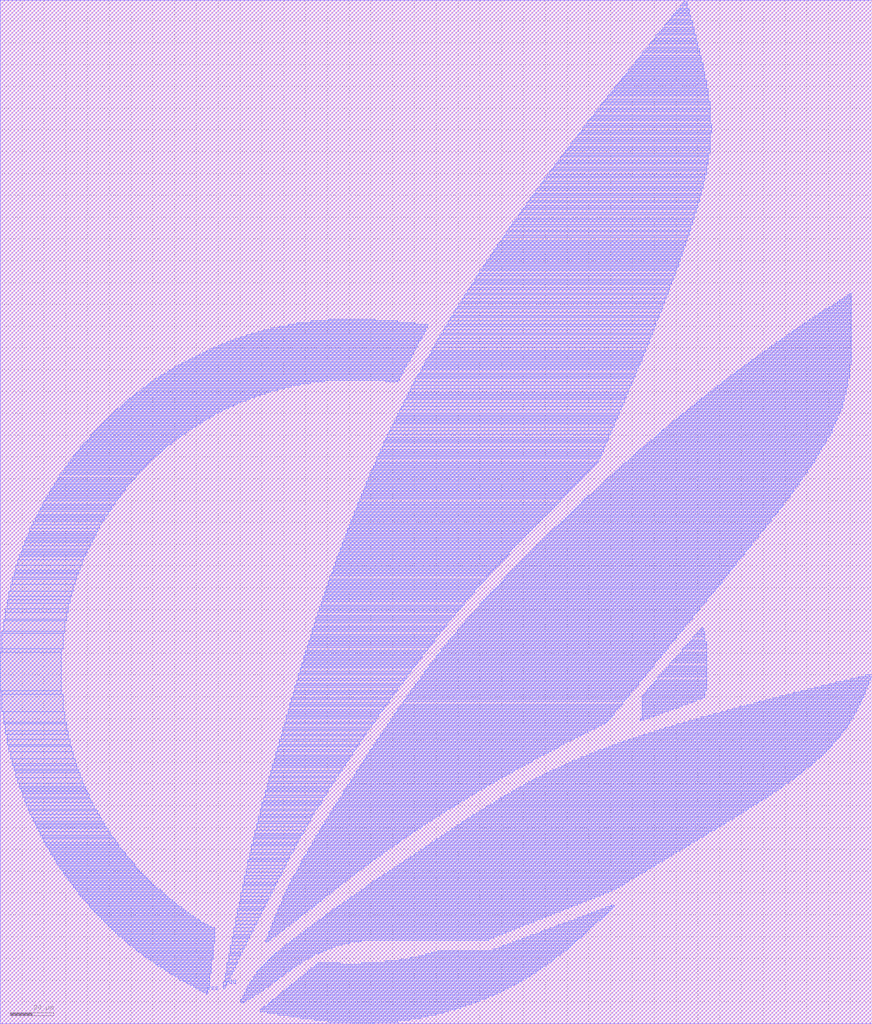
<source format=lef>
VERSION 5.7 ;
  NOWIREEXTENSIONATPIN ON ;
  DIVIDERCHAR "/" ;
  BUSBITCHARS "[]" ;
MACRO avali_logo
  CLASS BLOCK ;
  FOREIGN avali_logo ;
  ORIGIN 0.000 0.000 ;
  SIZE 400.000 BY 469.600 ;
  PIN vss
    DIRECTION INOUT ;
    USE GROUND ;
    SHAPE ABUTMENT ;
    PORT
      LAYER Metal4 ;
        RECT 150.400 322.400 172.000 323.200 ;
        RECT 142.400 321.600 182.400 322.400 ;
        RECT 136.000 320.800 190.400 321.600 ;
        RECT 132.000 320.000 196.000 320.800 ;
        RECT 128.000 319.200 196.000 320.000 ;
        RECT 124.000 318.400 195.200 319.200 ;
        RECT 120.800 317.600 195.200 318.400 ;
        RECT 118.400 316.800 194.400 317.600 ;
        RECT 115.200 316.000 194.400 316.800 ;
        RECT 112.800 315.200 193.600 316.000 ;
        RECT 110.400 314.400 193.600 315.200 ;
        RECT 108.000 313.600 192.800 314.400 ;
        RECT 105.600 312.800 192.000 313.600 ;
        RECT 104.000 312.000 192.000 312.800 ;
        RECT 101.600 311.200 191.200 312.000 ;
        RECT 100.000 310.400 191.200 311.200 ;
        RECT 97.600 309.600 190.400 310.400 ;
        RECT 96.000 308.800 190.400 309.600 ;
        RECT 94.400 308.000 189.600 308.800 ;
        RECT 92.800 307.200 189.600 308.000 ;
        RECT 91.200 306.400 188.800 307.200 ;
        RECT 89.600 305.600 188.800 306.400 ;
        RECT 88.000 304.800 188.000 305.600 ;
        RECT 86.400 304.000 188.000 304.800 ;
        RECT 84.800 303.200 187.200 304.000 ;
        RECT 83.200 302.400 186.400 303.200 ;
        RECT 81.600 301.600 186.400 302.400 ;
        RECT 80.000 300.800 185.600 301.600 ;
        RECT 79.200 300.000 185.600 300.800 ;
        RECT 77.600 299.200 184.800 300.000 ;
        RECT 76.800 298.400 184.800 299.200 ;
        RECT 75.200 297.600 184.000 298.400 ;
        RECT 73.600 296.800 184.000 297.600 ;
        RECT 72.800 296.000 183.200 296.800 ;
        RECT 71.200 295.200 183.200 296.000 ;
        RECT 70.400 294.400 148.800 295.200 ;
        RECT 176.800 294.400 182.400 295.200 ;
        RECT 68.800 293.600 142.400 294.400 ;
        RECT 68.000 292.800 137.600 293.600 ;
        RECT 67.200 292.000 133.600 292.800 ;
        RECT 65.600 291.200 130.400 292.000 ;
        RECT 64.800 290.400 127.200 291.200 ;
        RECT 64.000 289.600 124.000 290.400 ;
        RECT 62.400 288.800 121.600 289.600 ;
        RECT 61.600 288.000 119.200 288.800 ;
        RECT 60.800 287.200 116.800 288.000 ;
        RECT 59.200 286.400 114.400 287.200 ;
        RECT 58.400 285.600 112.800 286.400 ;
        RECT 57.600 284.800 110.400 285.600 ;
        RECT 56.800 284.000 108.800 284.800 ;
        RECT 56.000 283.200 107.200 284.000 ;
        RECT 55.200 282.400 104.800 283.200 ;
        RECT 53.600 281.600 103.200 282.400 ;
        RECT 52.800 280.800 101.600 281.600 ;
        RECT 52.000 280.000 100.000 280.800 ;
        RECT 51.200 279.200 98.400 280.000 ;
        RECT 50.400 278.400 97.600 279.200 ;
        RECT 49.600 277.600 96.000 278.400 ;
        RECT 48.800 276.800 94.400 277.600 ;
        RECT 48.000 276.000 92.800 276.800 ;
        RECT 47.200 275.200 92.000 276.000 ;
        RECT 46.400 274.400 90.400 275.200 ;
        RECT 45.600 273.600 89.600 274.400 ;
        RECT 44.800 272.800 88.000 273.600 ;
        RECT 44.000 272.000 86.400 272.800 ;
        RECT 43.200 271.200 85.600 272.000 ;
        RECT 42.400 270.400 84.800 271.200 ;
        RECT 41.600 269.600 83.200 270.400 ;
        RECT 41.600 268.800 82.400 269.600 ;
        RECT 40.800 268.000 80.800 268.800 ;
        RECT 40.000 267.200 80.000 268.000 ;
        RECT 39.200 266.400 79.200 267.200 ;
        RECT 38.400 265.600 78.400 266.400 ;
        RECT 37.600 264.800 76.800 265.600 ;
        RECT 36.800 264.000 76.000 264.800 ;
        RECT 36.800 263.200 75.200 264.000 ;
        RECT 36.000 262.400 74.400 263.200 ;
        RECT 35.200 261.600 73.600 262.400 ;
        RECT 34.400 260.800 72.800 261.600 ;
        RECT 33.600 260.000 71.200 260.800 ;
        RECT 33.600 259.200 70.400 260.000 ;
        RECT 32.800 258.400 69.600 259.200 ;
        RECT 32.000 257.600 68.800 258.400 ;
        RECT 31.200 256.800 68.000 257.600 ;
        RECT 31.200 256.000 67.200 256.800 ;
        RECT 30.400 255.200 66.400 256.000 ;
        RECT 29.600 254.400 65.600 255.200 ;
        RECT 29.600 253.600 64.800 254.400 ;
        RECT 28.800 252.800 64.000 253.600 ;
        RECT 28.000 252.000 63.200 252.800 ;
        RECT 27.200 250.400 62.400 252.000 ;
        RECT 26.400 249.600 61.600 250.400 ;
        RECT 26.400 248.800 60.800 249.600 ;
        RECT 25.600 248.000 60.000 248.800 ;
        RECT 24.800 247.200 59.200 248.000 ;
        RECT 24.800 246.400 58.400 247.200 ;
        RECT 24.000 245.600 57.600 246.400 ;
        RECT 23.200 244.800 57.600 245.600 ;
        RECT 23.200 244.000 56.800 244.800 ;
        RECT 22.400 243.200 56.000 244.000 ;
        RECT 22.400 242.400 55.200 243.200 ;
        RECT 21.600 241.600 55.200 242.400 ;
        RECT 20.800 240.800 54.400 241.600 ;
        RECT 20.800 240.000 53.600 240.800 ;
        RECT 20.000 238.400 52.800 240.000 ;
        RECT 19.200 237.600 52.000 238.400 ;
        RECT 19.200 236.800 51.200 237.600 ;
        RECT 18.400 236.000 51.200 236.800 ;
        RECT 18.400 235.200 50.400 236.000 ;
        RECT 17.600 233.600 49.600 235.200 ;
        RECT 16.800 232.800 48.800 233.600 ;
        RECT 16.800 232.000 48.000 232.800 ;
        RECT 16.000 231.200 48.000 232.000 ;
        RECT 16.000 230.400 47.200 231.200 ;
        RECT 15.200 228.800 46.400 230.400 ;
        RECT 14.400 227.200 45.600 228.800 ;
        RECT 13.600 225.600 44.800 227.200 ;
        RECT 13.600 224.800 44.000 225.600 ;
        RECT 12.800 224.000 44.000 224.800 ;
        RECT 12.800 223.200 43.200 224.000 ;
        RECT 12.000 222.400 43.200 223.200 ;
        RECT 12.000 221.600 42.400 222.400 ;
        RECT 11.200 220.800 42.400 221.600 ;
        RECT 11.200 219.200 41.600 220.800 ;
        RECT 10.400 217.600 40.800 219.200 ;
        RECT 10.400 216.800 40.000 217.600 ;
        RECT 9.600 216.000 40.000 216.800 ;
        RECT 9.600 215.200 39.200 216.000 ;
        RECT 8.800 214.400 39.200 215.200 ;
        RECT 8.800 212.800 38.400 214.400 ;
        RECT 8.000 210.400 37.600 212.800 ;
        RECT 7.200 208.000 36.800 210.400 ;
        RECT 7.200 207.200 36.000 208.000 ;
        RECT 6.400 206.400 36.000 207.200 ;
        RECT 6.400 204.800 35.200 206.400 ;
        RECT 5.600 204.000 35.200 204.800 ;
        RECT 5.600 201.600 34.400 204.000 ;
        RECT 4.800 198.400 33.600 201.600 ;
        RECT 4.000 196.000 32.800 198.400 ;
        RECT 4.000 194.400 32.000 196.000 ;
        RECT 3.200 192.800 32.000 194.400 ;
        RECT 3.200 190.400 31.200 192.800 ;
        RECT 2.400 188.800 31.200 190.400 ;
        RECT 2.400 185.600 30.400 188.800 ;
        RECT 1.600 184.800 30.400 185.600 ;
        RECT 1.600 180.000 29.600 184.800 ;
        RECT 0.800 179.200 29.600 180.000 ;
        RECT 0.800 172.000 28.800 179.200 ;
        RECT 0.800 170.400 28.000 172.000 ;
        RECT 0.000 152.800 28.000 170.400 ;
        RECT 0.800 151.200 28.000 152.800 ;
        RECT 0.800 143.200 28.800 151.200 ;
        RECT 1.600 138.400 29.600 143.200 ;
        RECT 1.600 137.600 30.400 138.400 ;
        RECT 2.400 134.400 30.400 137.600 ;
        RECT 2.400 132.800 31.200 134.400 ;
        RECT 3.200 130.400 31.200 132.800 ;
        RECT 3.200 128.000 32.000 130.400 ;
        RECT 4.000 127.200 32.000 128.000 ;
        RECT 4.000 124.800 32.800 127.200 ;
        RECT 4.800 121.600 33.600 124.800 ;
        RECT 5.600 119.200 34.400 121.600 ;
        RECT 5.600 118.400 35.200 119.200 ;
        RECT 6.400 116.800 35.200 118.400 ;
        RECT 6.400 116.000 36.000 116.800 ;
        RECT 7.200 115.200 36.000 116.000 ;
        RECT 7.200 112.800 36.800 115.200 ;
        RECT 8.000 110.400 37.600 112.800 ;
        RECT 8.800 108.800 38.400 110.400 ;
        RECT 8.800 108.000 39.200 108.800 ;
        RECT 9.600 107.200 39.200 108.000 ;
        RECT 9.600 106.400 40.000 107.200 ;
        RECT 10.400 105.600 40.000 106.400 ;
        RECT 10.400 104.000 40.800 105.600 ;
        RECT 11.200 103.200 40.800 104.000 ;
        RECT 11.200 101.600 41.600 103.200 ;
        RECT 12.000 100.000 42.400 101.600 ;
        RECT 12.800 98.400 43.200 100.000 ;
        RECT 12.800 97.600 44.000 98.400 ;
        RECT 13.600 96.000 44.800 97.600 ;
        RECT 14.400 94.400 45.600 96.000 ;
        RECT 15.200 92.800 46.400 94.400 ;
        RECT 16.000 92.000 47.200 92.800 ;
        RECT 16.000 91.200 48.000 92.000 ;
        RECT 16.800 90.400 48.000 91.200 ;
        RECT 16.800 89.600 48.800 90.400 ;
        RECT 17.600 88.000 49.600 89.600 ;
        RECT 18.400 86.400 50.400 88.000 ;
        RECT 19.200 85.600 51.200 86.400 ;
        RECT 19.200 84.800 52.000 85.600 ;
        RECT 20.000 83.200 52.800 84.800 ;
        RECT 20.800 82.400 53.600 83.200 ;
        RECT 20.800 81.600 54.400 82.400 ;
        RECT 21.600 80.800 54.400 81.600 ;
        RECT 22.400 80.000 55.200 80.800 ;
        RECT 22.400 79.200 56.000 80.000 ;
        RECT 23.200 78.400 56.800 79.200 ;
        RECT 23.200 77.600 57.600 78.400 ;
        RECT 24.000 76.800 57.600 77.600 ;
        RECT 24.800 76.000 58.400 76.800 ;
        RECT 24.800 75.200 59.200 76.000 ;
        RECT 25.600 74.400 60.000 75.200 ;
        RECT 25.600 73.600 60.800 74.400 ;
        RECT 26.400 72.800 61.600 73.600 ;
        RECT 27.200 72.000 61.600 72.800 ;
        RECT 27.200 71.200 62.400 72.000 ;
        RECT 28.000 70.400 63.200 71.200 ;
        RECT 28.800 69.600 64.000 70.400 ;
        RECT 28.800 68.800 64.800 69.600 ;
        RECT 29.600 68.000 65.600 68.800 ;
        RECT 30.400 67.200 66.400 68.000 ;
        RECT 31.200 66.400 67.200 67.200 ;
        RECT 31.200 65.600 68.000 66.400 ;
        RECT 32.000 64.800 68.800 65.600 ;
        RECT 32.800 64.000 69.600 64.800 ;
        RECT 33.600 63.200 70.400 64.000 ;
        RECT 33.600 62.400 71.200 63.200 ;
        RECT 34.400 61.600 72.000 62.400 ;
        RECT 35.200 60.800 73.600 61.600 ;
        RECT 36.000 60.000 74.400 60.800 ;
        RECT 36.000 59.200 75.200 60.000 ;
        RECT 36.800 58.400 76.000 59.200 ;
        RECT 37.600 57.600 76.800 58.400 ;
        RECT 38.400 56.800 77.600 57.600 ;
        RECT 39.200 56.000 79.200 56.800 ;
        RECT 40.000 55.200 80.000 56.000 ;
        RECT 40.800 54.400 80.800 55.200 ;
        RECT 40.800 53.600 81.600 54.400 ;
        RECT 41.600 52.800 83.200 53.600 ;
        RECT 42.400 52.000 84.000 52.800 ;
        RECT 43.200 51.200 84.800 52.000 ;
        RECT 44.000 50.400 86.400 51.200 ;
        RECT 44.800 49.600 87.200 50.400 ;
        RECT 45.600 48.800 88.800 49.600 ;
        RECT 46.400 48.000 89.600 48.800 ;
        RECT 47.200 47.200 91.200 48.000 ;
        RECT 48.000 46.400 92.000 47.200 ;
        RECT 48.800 45.600 93.600 46.400 ;
        RECT 49.600 44.800 95.200 45.600 ;
        RECT 50.400 44.000 96.800 44.800 ;
        RECT 51.200 43.200 98.400 44.000 ;
        RECT 52.000 42.400 98.400 43.200 ;
        RECT 52.800 41.600 98.400 42.400 ;
        RECT 53.600 40.800 98.400 41.600 ;
        RECT 54.400 40.000 98.400 40.800 ;
        RECT 56.000 39.200 98.400 40.000 ;
        RECT 56.800 38.400 98.400 39.200 ;
        RECT 57.600 37.600 98.400 38.400 ;
        RECT 58.400 36.800 98.400 37.600 ;
        RECT 59.200 36.000 97.600 36.800 ;
        RECT 60.800 35.200 97.600 36.000 ;
        RECT 61.600 34.400 97.600 35.200 ;
        RECT 62.400 33.600 97.600 34.400 ;
        RECT 63.200 32.800 97.600 33.600 ;
        RECT 64.800 32.000 97.600 32.800 ;
        RECT 65.600 31.200 97.600 32.000 ;
        RECT 66.400 30.400 97.600 31.200 ;
        RECT 68.000 29.600 97.600 30.400 ;
        RECT 68.800 28.800 96.800 29.600 ;
        RECT 70.400 28.000 96.800 28.800 ;
        RECT 71.200 27.200 96.800 28.000 ;
        RECT 72.000 26.400 96.800 27.200 ;
        RECT 73.600 25.600 96.800 26.400 ;
        RECT 75.200 24.800 96.800 25.600 ;
        RECT 76.000 24.000 96.800 24.800 ;
        RECT 77.600 23.200 96.800 24.000 ;
        RECT 78.400 22.400 96.000 23.200 ;
        RECT 80.000 21.600 96.000 22.400 ;
        RECT 81.600 20.800 96.000 21.600 ;
        RECT 82.400 20.000 96.000 20.800 ;
        RECT 84.000 19.200 96.000 20.000 ;
        RECT 85.600 18.400 96.000 19.200 ;
        RECT 87.200 17.600 96.000 18.400 ;
        RECT 88.800 16.800 96.000 17.600 ;
        RECT 89.600 16.000 95.200 16.800 ;
        RECT 91.200 15.200 95.200 16.000 ;
        RECT 92.800 14.400 95.200 15.200 ;
        RECT 94.400 13.600 95.200 14.400 ;
    END
  END vss
  PIN vdd
    DIRECTION INOUT ;
    USE POWER ;
    SHAPE ABUTMENT ;
    PORT
      LAYER Metal4 ;
        RECT 313.600 468.000 315.200 468.800 ;
        RECT 312.800 467.200 315.200 468.000 ;
        RECT 312.000 465.600 315.200 467.200 ;
        RECT 311.200 464.800 316.000 465.600 ;
        RECT 310.400 464.000 316.000 464.800 ;
        RECT 309.600 463.200 316.000 464.000 ;
        RECT 308.800 462.400 316.000 463.200 ;
        RECT 308.000 460.800 316.800 462.400 ;
        RECT 307.200 460.000 316.800 460.800 ;
        RECT 306.400 459.200 317.600 460.000 ;
        RECT 305.600 458.400 317.600 459.200 ;
        RECT 304.800 456.800 317.600 458.400 ;
        RECT 304.000 456.000 318.400 456.800 ;
        RECT 303.200 455.200 318.400 456.000 ;
        RECT 302.400 454.400 318.400 455.200 ;
        RECT 301.600 453.600 318.400 454.400 ;
        RECT 300.800 452.000 319.200 453.600 ;
        RECT 300.000 451.200 319.200 452.000 ;
        RECT 299.200 450.400 319.200 451.200 ;
        RECT 298.400 449.600 320.000 450.400 ;
        RECT 297.600 448.000 320.000 449.600 ;
        RECT 296.800 447.200 320.000 448.000 ;
        RECT 296.000 446.400 320.800 447.200 ;
        RECT 295.200 445.600 320.800 446.400 ;
        RECT 294.400 444.000 320.800 445.600 ;
        RECT 293.600 443.200 321.600 444.000 ;
        RECT 292.800 442.400 321.600 443.200 ;
        RECT 292.000 441.600 321.600 442.400 ;
        RECT 291.200 440.800 321.600 441.600 ;
        RECT 291.200 440.000 322.400 440.800 ;
        RECT 290.400 439.200 322.400 440.000 ;
        RECT 289.600 438.400 322.400 439.200 ;
        RECT 288.800 437.600 322.400 438.400 ;
        RECT 288.000 436.800 322.400 437.600 ;
        RECT 288.000 436.000 323.200 436.800 ;
        RECT 287.200 435.200 323.200 436.000 ;
        RECT 286.400 434.400 323.200 435.200 ;
        RECT 285.600 433.600 323.200 434.400 ;
        RECT 284.800 432.800 323.200 433.600 ;
        RECT 284.800 432.000 324.000 432.800 ;
        RECT 284.000 431.200 324.000 432.000 ;
        RECT 283.200 430.400 324.000 431.200 ;
        RECT 282.400 429.600 324.000 430.400 ;
        RECT 281.600 428.800 324.000 429.600 ;
        RECT 281.600 428.000 324.800 428.800 ;
        RECT 280.800 427.200 324.800 428.000 ;
        RECT 280.000 426.400 324.800 427.200 ;
        RECT 279.200 425.600 324.800 426.400 ;
        RECT 278.400 424.000 324.800 425.600 ;
        RECT 277.600 423.200 324.800 424.000 ;
        RECT 276.800 422.400 325.600 423.200 ;
        RECT 276.000 421.600 325.600 422.400 ;
        RECT 275.200 420.000 325.600 421.600 ;
        RECT 274.400 419.200 325.600 420.000 ;
        RECT 273.600 418.400 325.600 419.200 ;
        RECT 272.800 416.800 325.600 418.400 ;
        RECT 272.000 416.000 325.600 416.800 ;
        RECT 271.200 415.200 325.600 416.000 ;
        RECT 270.400 414.400 325.600 415.200 ;
        RECT 269.600 412.800 325.600 414.400 ;
        RECT 268.800 412.000 326.400 412.800 ;
        RECT 268.000 411.200 326.400 412.000 ;
        RECT 267.200 409.600 326.400 411.200 ;
        RECT 266.400 408.800 326.400 409.600 ;
        RECT 265.600 408.000 325.600 408.800 ;
        RECT 264.800 406.400 325.600 408.000 ;
        RECT 264.000 405.600 325.600 406.400 ;
        RECT 263.200 404.800 325.600 405.600 ;
        RECT 262.400 404.000 325.600 404.800 ;
        RECT 261.600 402.400 325.600 404.000 ;
        RECT 260.800 401.600 325.600 402.400 ;
        RECT 260.000 400.800 325.600 401.600 ;
        RECT 259.200 399.200 325.600 400.800 ;
        RECT 258.400 398.400 324.800 399.200 ;
        RECT 257.600 397.600 324.800 398.400 ;
        RECT 256.800 396.000 324.800 397.600 ;
        RECT 256.000 395.200 324.800 396.000 ;
        RECT 255.200 394.400 324.800 395.200 ;
        RECT 254.400 392.800 324.000 394.400 ;
        RECT 253.600 392.000 324.000 392.800 ;
        RECT 252.800 391.200 324.000 392.000 ;
        RECT 252.000 389.600 324.000 391.200 ;
        RECT 251.200 388.800 323.200 389.600 ;
        RECT 250.400 388.000 323.200 388.800 ;
        RECT 249.600 386.400 323.200 388.000 ;
        RECT 248.800 385.600 322.400 386.400 ;
        RECT 248.000 384.000 322.400 385.600 ;
        RECT 247.200 383.200 322.400 384.000 ;
        RECT 246.400 382.400 321.600 383.200 ;
        RECT 245.600 380.800 321.600 382.400 ;
        RECT 244.800 380.000 321.600 380.800 ;
        RECT 244.000 379.200 320.800 380.000 ;
        RECT 243.200 377.600 320.800 379.200 ;
        RECT 242.400 376.800 320.800 377.600 ;
        RECT 241.600 375.200 320.000 376.800 ;
        RECT 240.800 374.400 320.000 375.200 ;
        RECT 240.000 373.600 319.200 374.400 ;
        RECT 239.200 372.000 319.200 373.600 ;
        RECT 238.400 371.200 318.400 372.000 ;
        RECT 237.600 369.600 318.400 371.200 ;
        RECT 236.800 368.800 318.400 369.600 ;
        RECT 236.000 368.000 317.600 368.800 ;
        RECT 235.200 366.400 317.600 368.000 ;
        RECT 234.400 365.600 316.800 366.400 ;
        RECT 233.600 364.000 316.800 365.600 ;
        RECT 232.800 363.200 316.000 364.000 ;
        RECT 232.000 361.600 316.000 363.200 ;
        RECT 231.200 360.800 315.200 361.600 ;
        RECT 230.400 359.200 315.200 360.800 ;
        RECT 229.600 358.400 314.400 359.200 ;
        RECT 228.800 357.600 314.400 358.400 ;
        RECT 228.000 356.800 314.400 357.600 ;
        RECT 228.000 356.000 313.600 356.800 ;
        RECT 227.200 355.200 313.600 356.000 ;
        RECT 226.400 354.400 313.600 355.200 ;
        RECT 226.400 353.600 312.800 354.400 ;
        RECT 225.600 352.800 312.800 353.600 ;
        RECT 224.800 352.000 312.800 352.800 ;
        RECT 224.800 351.200 312.000 352.000 ;
        RECT 224.000 350.400 312.000 351.200 ;
        RECT 223.200 349.600 312.000 350.400 ;
        RECT 223.200 348.800 311.200 349.600 ;
        RECT 222.400 348.000 311.200 348.800 ;
        RECT 221.600 347.200 311.200 348.000 ;
        RECT 221.600 346.400 310.400 347.200 ;
        RECT 220.800 345.600 310.400 346.400 ;
        RECT 220.000 344.000 309.600 345.600 ;
        RECT 219.200 343.200 309.600 344.000 ;
        RECT 218.400 341.600 308.800 343.200 ;
        RECT 217.600 340.800 308.800 341.600 ;
        RECT 217.600 340.000 308.000 340.800 ;
        RECT 216.800 339.200 308.000 340.000 ;
        RECT 216.000 337.600 307.200 339.200 ;
        RECT 215.200 336.800 307.200 337.600 ;
        RECT 214.400 335.200 306.400 336.800 ;
        RECT 213.600 334.400 306.400 335.200 ;
        RECT 212.800 332.800 305.600 334.400 ;
        RECT 212.000 331.200 304.800 332.800 ;
        RECT 211.200 330.400 304.800 331.200 ;
        RECT 210.400 328.800 304.000 330.400 ;
        RECT 209.600 328.000 304.000 328.800 ;
        RECT 208.800 326.400 303.200 328.000 ;
        RECT 208.000 324.800 302.400 326.400 ;
        RECT 207.200 324.000 302.400 324.800 ;
        RECT 206.400 322.400 301.600 324.000 ;
        RECT 205.600 320.800 300.800 322.400 ;
        RECT 204.800 320.000 300.800 320.800 ;
        RECT 204.000 318.400 300.000 320.000 ;
        RECT 203.200 316.800 299.200 318.400 ;
        RECT 202.400 316.000 299.200 316.800 ;
        RECT 201.600 314.400 298.400 316.000 ;
        RECT 200.800 312.800 297.600 314.400 ;
        RECT 200.000 312.000 297.600 312.800 ;
        RECT 199.200 310.400 296.800 312.000 ;
        RECT 198.400 308.800 296.000 310.400 ;
        RECT 197.600 308.000 296.000 308.800 ;
        RECT 197.600 307.200 295.200 308.000 ;
        RECT 196.800 306.400 295.200 307.200 ;
        RECT 196.800 305.600 294.400 306.400 ;
        RECT 196.000 304.800 294.400 305.600 ;
        RECT 195.200 304.000 294.400 304.800 ;
        RECT 195.200 303.200 293.600 304.000 ;
        RECT 194.400 302.400 293.600 303.200 ;
        RECT 194.400 301.600 292.800 302.400 ;
        RECT 193.600 300.800 292.800 301.600 ;
        RECT 193.600 300.000 292.000 300.800 ;
        RECT 192.800 298.400 292.000 300.000 ;
        RECT 192.000 297.600 291.200 298.400 ;
        RECT 191.200 296.800 291.200 297.600 ;
        RECT 191.200 296.000 290.400 296.800 ;
        RECT 190.400 294.400 290.400 296.000 ;
        RECT 189.600 292.800 289.600 294.400 ;
        RECT 188.800 291.200 288.800 292.800 ;
        RECT 188.000 289.600 288.000 291.200 ;
        RECT 187.200 288.800 288.000 289.600 ;
        RECT 187.200 288.000 287.200 288.800 ;
        RECT 186.400 287.200 287.200 288.000 ;
        RECT 186.400 286.400 286.400 287.200 ;
        RECT 185.600 284.800 286.400 286.400 ;
        RECT 184.800 283.200 285.600 284.800 ;
        RECT 184.000 281.600 284.800 283.200 ;
        RECT 183.200 280.000 284.000 281.600 ;
        RECT 182.400 279.200 284.000 280.000 ;
        RECT 182.400 278.400 283.200 279.200 ;
        RECT 181.600 277.600 283.200 278.400 ;
        RECT 181.600 276.800 282.400 277.600 ;
        RECT 180.800 276.000 282.400 276.800 ;
        RECT 180.800 275.200 281.600 276.000 ;
        RECT 180.000 273.600 281.600 275.200 ;
        RECT 179.200 272.000 280.800 273.600 ;
        RECT 178.400 270.400 280.000 272.000 ;
        RECT 177.600 268.800 279.200 270.400 ;
        RECT 176.800 268.000 279.200 268.800 ;
        RECT 176.800 267.200 278.400 268.000 ;
        RECT 176.000 266.400 278.400 267.200 ;
        RECT 176.000 264.800 277.600 266.400 ;
        RECT 175.200 263.200 276.800 264.800 ;
        RECT 174.400 262.400 276.800 263.200 ;
        RECT 174.400 261.600 276.000 262.400 ;
        RECT 173.600 260.800 276.000 261.600 ;
        RECT 173.600 260.000 275.200 260.800 ;
        RECT 172.800 259.200 275.200 260.000 ;
        RECT 172.800 257.600 274.400 259.200 ;
        RECT 172.000 256.800 273.600 257.600 ;
        RECT 172.000 256.000 272.800 256.800 ;
        RECT 171.200 255.200 272.000 256.000 ;
        RECT 171.200 254.400 271.200 255.200 ;
        RECT 170.400 253.600 270.400 254.400 ;
        RECT 170.400 252.800 269.600 253.600 ;
        RECT 169.600 252.000 268.800 252.800 ;
        RECT 169.600 251.200 268.000 252.000 ;
        RECT 169.600 250.400 267.200 251.200 ;
        RECT 168.800 249.600 266.400 250.400 ;
        RECT 168.800 248.800 265.600 249.600 ;
        RECT 168.000 248.000 264.800 248.800 ;
        RECT 168.000 247.200 264.000 248.000 ;
        RECT 168.000 246.400 263.200 247.200 ;
        RECT 167.200 245.600 262.400 246.400 ;
        RECT 167.200 244.800 261.600 245.600 ;
        RECT 166.400 244.000 260.800 244.800 ;
        RECT 166.400 243.200 260.000 244.000 ;
        RECT 165.600 242.400 259.200 243.200 ;
        RECT 165.600 241.600 258.400 242.400 ;
        RECT 165.600 240.800 257.600 241.600 ;
        RECT 164.800 239.200 256.800 240.800 ;
        RECT 164.000 238.400 256.000 239.200 ;
        RECT 164.000 237.600 255.200 238.400 ;
        RECT 164.000 236.800 254.400 237.600 ;
        RECT 163.200 236.000 253.600 236.800 ;
        RECT 163.200 235.200 252.800 236.000 ;
        RECT 162.400 234.400 252.000 235.200 ;
        RECT 162.400 233.600 251.200 234.400 ;
        RECT 162.400 232.800 250.400 233.600 ;
        RECT 161.600 232.000 249.600 232.800 ;
        RECT 161.600 231.200 248.800 232.000 ;
        RECT 160.800 230.400 248.000 231.200 ;
        RECT 160.800 229.600 247.200 230.400 ;
        RECT 160.800 228.800 246.400 229.600 ;
        RECT 160.000 228.000 245.600 228.800 ;
        RECT 160.000 227.200 244.800 228.000 ;
        RECT 159.200 226.400 244.000 227.200 ;
        RECT 159.200 225.600 243.200 226.400 ;
        RECT 159.200 224.800 242.400 225.600 ;
        RECT 158.400 224.000 241.600 224.800 ;
        RECT 158.400 223.200 240.800 224.000 ;
        RECT 158.400 222.400 240.000 223.200 ;
        RECT 157.600 221.600 239.200 222.400 ;
        RECT 157.600 220.800 238.400 221.600 ;
        RECT 156.800 220.000 237.600 220.800 ;
        RECT 156.800 219.200 236.800 220.000 ;
        RECT 156.800 218.400 236.000 219.200 ;
        RECT 156.000 217.600 235.200 218.400 ;
        RECT 156.000 216.800 234.400 217.600 ;
        RECT 156.000 216.000 233.600 216.800 ;
        RECT 155.200 215.200 233.600 216.000 ;
        RECT 155.200 214.400 232.800 215.200 ;
        RECT 154.400 213.600 232.000 214.400 ;
        RECT 154.400 212.800 231.200 213.600 ;
        RECT 154.400 212.000 230.400 212.800 ;
        RECT 153.600 211.200 229.600 212.000 ;
        RECT 153.600 210.400 228.800 211.200 ;
        RECT 153.600 209.600 228.000 210.400 ;
        RECT 152.800 208.800 227.200 209.600 ;
        RECT 152.800 208.000 226.400 208.800 ;
        RECT 152.800 207.200 225.600 208.000 ;
        RECT 152.000 206.400 224.800 207.200 ;
        RECT 152.000 205.600 224.000 206.400 ;
        RECT 151.200 204.000 223.200 205.600 ;
        RECT 151.200 203.200 222.400 204.000 ;
        RECT 150.400 202.400 221.600 203.200 ;
        RECT 150.400 201.600 220.800 202.400 ;
        RECT 150.400 200.800 220.000 201.600 ;
        RECT 149.600 200.000 219.200 200.800 ;
        RECT 149.600 199.200 218.400 200.000 ;
        RECT 149.600 198.400 217.600 199.200 ;
        RECT 148.800 197.600 217.600 198.400 ;
        RECT 148.800 196.800 216.800 197.600 ;
        RECT 148.800 196.000 216.000 196.800 ;
        RECT 148.000 195.200 215.200 196.000 ;
        RECT 148.000 194.400 214.400 195.200 ;
        RECT 148.000 193.600 213.600 194.400 ;
        RECT 147.200 192.000 212.800 193.600 ;
        RECT 147.200 191.200 212.000 192.000 ;
        RECT 146.400 190.400 211.200 191.200 ;
        RECT 146.400 189.600 210.400 190.400 ;
        RECT 146.400 188.800 209.600 189.600 ;
        RECT 145.600 187.200 208.800 188.800 ;
        RECT 145.600 186.400 208.000 187.200 ;
        RECT 144.800 185.600 207.200 186.400 ;
        RECT 144.800 184.800 206.400 185.600 ;
        RECT 144.800 184.000 205.600 184.800 ;
        RECT 144.000 182.400 204.800 184.000 ;
        RECT 144.000 181.600 204.000 182.400 ;
        RECT 143.200 180.800 203.200 181.600 ;
        RECT 143.200 180.000 202.400 180.800 ;
        RECT 143.200 178.400 201.600 180.000 ;
        RECT 142.400 177.600 200.800 178.400 ;
        RECT 142.400 176.800 200.000 177.600 ;
        RECT 142.400 176.000 199.200 176.800 ;
        RECT 141.600 175.200 199.200 176.000 ;
        RECT 141.600 174.400 198.400 175.200 ;
        RECT 141.600 173.600 197.600 174.400 ;
        RECT 140.800 172.800 196.800 173.600 ;
        RECT 140.800 171.200 196.000 172.800 ;
        RECT 140.000 170.400 195.200 171.200 ;
        RECT 140.000 169.600 194.400 170.400 ;
        RECT 140.000 168.800 193.600 169.600 ;
        RECT 139.200 168.000 193.600 168.800 ;
        RECT 139.200 167.200 192.800 168.000 ;
        RECT 139.200 166.400 192.000 167.200 ;
        RECT 139.200 165.600 191.200 166.400 ;
        RECT 138.400 164.800 191.200 165.600 ;
        RECT 138.400 164.000 190.400 164.800 ;
        RECT 138.400 163.200 189.600 164.000 ;
        RECT 137.600 161.600 188.800 163.200 ;
        RECT 137.600 160.800 188.000 161.600 ;
        RECT 136.800 160.000 187.200 160.800 ;
        RECT 136.800 158.400 186.400 160.000 ;
        RECT 136.800 157.600 185.600 158.400 ;
        RECT 136.000 156.000 184.800 157.600 ;
        RECT 136.000 155.200 184.000 156.000 ;
        RECT 135.200 154.400 183.200 155.200 ;
        RECT 135.200 152.800 182.400 154.400 ;
        RECT 135.200 152.000 181.600 152.800 ;
        RECT 134.400 151.200 180.800 152.000 ;
        RECT 134.400 149.600 180.000 151.200 ;
        RECT 133.600 148.800 179.200 149.600 ;
        RECT 133.600 147.200 178.400 148.800 ;
        RECT 132.800 146.400 177.600 147.200 ;
        RECT 132.800 145.600 176.800 146.400 ;
        RECT 132.800 144.000 176.000 145.600 ;
        RECT 132.000 143.200 175.200 144.000 ;
        RECT 132.000 142.400 174.400 143.200 ;
        RECT 132.000 141.600 173.600 142.400 ;
        RECT 131.200 140.800 173.600 141.600 ;
        RECT 131.200 140.000 172.800 140.800 ;
        RECT 131.200 138.400 172.000 140.000 ;
        RECT 130.400 137.600 171.200 138.400 ;
        RECT 130.400 136.000 170.400 137.600 ;
        RECT 129.600 135.200 169.600 136.000 ;
        RECT 129.600 134.400 168.800 135.200 ;
        RECT 129.600 132.800 168.000 134.400 ;
        RECT 128.800 132.000 167.200 132.800 ;
        RECT 128.800 130.400 166.400 132.000 ;
        RECT 128.000 129.600 165.600 130.400 ;
        RECT 128.000 128.000 164.800 129.600 ;
        RECT 128.000 127.200 164.000 128.000 ;
        RECT 127.200 125.600 163.200 127.200 ;
        RECT 127.200 124.800 162.400 125.600 ;
        RECT 126.400 123.200 161.600 124.800 ;
        RECT 126.400 122.400 160.800 123.200 ;
        RECT 126.400 121.600 160.000 122.400 ;
        RECT 125.600 120.800 160.000 121.600 ;
        RECT 125.600 120.000 159.200 120.800 ;
        RECT 125.600 119.200 158.400 120.000 ;
        RECT 124.800 118.400 158.400 119.200 ;
        RECT 124.800 117.600 157.600 118.400 ;
        RECT 124.800 116.000 156.800 117.600 ;
        RECT 124.000 115.200 156.000 116.000 ;
        RECT 124.000 113.600 155.200 115.200 ;
        RECT 123.200 112.800 154.400 113.600 ;
        RECT 123.200 111.200 153.600 112.800 ;
        RECT 123.200 110.400 152.800 111.200 ;
        RECT 122.400 108.800 152.000 110.400 ;
        RECT 122.400 108.000 151.200 108.800 ;
        RECT 122.400 107.200 150.400 108.000 ;
        RECT 121.600 106.400 150.400 107.200 ;
        RECT 121.600 104.800 149.600 106.400 ;
        RECT 121.600 104.000 148.800 104.800 ;
        RECT 120.800 102.400 148.000 104.000 ;
        RECT 120.800 101.600 147.200 102.400 ;
        RECT 120.000 100.800 147.200 101.600 ;
        RECT 120.000 100.000 146.400 100.800 ;
        RECT 120.000 98.400 145.600 100.000 ;
        RECT 119.200 97.600 144.800 98.400 ;
        RECT 119.200 96.000 144.000 97.600 ;
        RECT 119.200 95.200 143.200 96.000 ;
        RECT 118.400 94.400 143.200 95.200 ;
        RECT 118.400 92.800 142.400 94.400 ;
        RECT 118.400 92.000 141.600 92.800 ;
        RECT 117.600 90.400 140.800 92.000 ;
        RECT 117.600 88.800 140.000 90.400 ;
        RECT 116.800 87.200 139.200 88.800 ;
        RECT 116.800 86.400 138.400 87.200 ;
        RECT 116.800 85.600 137.600 86.400 ;
        RECT 116.000 84.800 137.600 85.600 ;
        RECT 116.000 83.200 136.800 84.800 ;
        RECT 116.000 82.400 136.000 83.200 ;
        RECT 115.200 81.600 136.000 82.400 ;
        RECT 115.200 80.000 135.200 81.600 ;
        RECT 115.200 78.400 134.400 80.000 ;
        RECT 114.400 77.600 133.600 78.400 ;
        RECT 114.400 76.000 132.800 77.600 ;
        RECT 114.400 75.200 132.000 76.000 ;
        RECT 113.600 74.400 132.000 75.200 ;
        RECT 113.600 72.800 131.200 74.400 ;
        RECT 113.600 71.200 130.400 72.800 ;
        RECT 112.800 69.600 129.600 71.200 ;
        RECT 112.800 68.000 128.800 69.600 ;
        RECT 112.000 66.400 128.000 68.000 ;
        RECT 112.000 64.800 127.200 66.400 ;
        RECT 112.000 64.000 126.400 64.800 ;
        RECT 111.200 63.200 126.400 64.000 ;
        RECT 111.200 61.600 125.600 63.200 ;
        RECT 111.200 60.000 124.800 61.600 ;
        RECT 110.400 58.400 124.000 60.000 ;
        RECT 110.400 56.800 123.200 58.400 ;
        RECT 110.400 56.000 122.400 56.800 ;
        RECT 109.600 55.200 122.400 56.000 ;
        RECT 109.600 53.600 121.600 55.200 ;
        RECT 109.600 52.800 120.800 53.600 ;
        RECT 108.800 52.000 120.800 52.800 ;
        RECT 108.800 50.400 120.000 52.000 ;
        RECT 108.800 48.800 119.200 50.400 ;
        RECT 108.000 47.200 118.400 48.800 ;
        RECT 108.000 45.600 117.600 47.200 ;
        RECT 108.000 44.000 116.800 45.600 ;
        RECT 107.200 42.400 116.000 44.000 ;
        RECT 107.200 40.800 115.200 42.400 ;
        RECT 107.200 40.000 114.400 40.800 ;
        RECT 106.400 39.200 114.400 40.000 ;
        RECT 106.400 37.600 113.600 39.200 ;
        RECT 106.400 36.000 112.800 37.600 ;
        RECT 105.600 34.400 112.000 36.000 ;
        RECT 105.600 32.800 111.200 34.400 ;
        RECT 105.600 32.000 110.400 32.800 ;
        RECT 104.800 31.200 110.400 32.000 ;
        RECT 104.800 29.600 109.600 31.200 ;
        RECT 104.800 28.000 108.800 29.600 ;
        RECT 104.000 27.200 108.800 28.000 ;
        RECT 104.000 25.600 108.000 27.200 ;
        RECT 104.000 24.000 107.200 25.600 ;
        RECT 104.000 23.200 106.400 24.000 ;
        RECT 103.200 22.400 106.400 23.200 ;
        RECT 103.200 20.800 105.600 22.400 ;
        RECT 103.200 19.200 104.800 20.800 ;
        RECT 102.400 17.600 104.000 19.200 ;
        RECT 102.400 16.000 103.200 17.600 ;
    END
  END vdd
  OBS
      LAYER Metal2 ;
        RECT 0.000 0.000 400.000 469.600 ;
      LAYER Metal3 ;
        RECT 0.000 0.000 400.000 469.600 ;
      LAYER Metal4 ;
        RECT 389.600 334.400 390.400 335.200 ;
        RECT 388.800 333.600 390.400 334.400 ;
        RECT 387.200 332.800 390.400 333.600 ;
        RECT 386.400 332.000 390.400 332.800 ;
        RECT 384.800 331.200 390.400 332.000 ;
        RECT 384.000 330.400 390.400 331.200 ;
        RECT 382.400 329.600 390.400 330.400 ;
        RECT 381.600 328.800 390.400 329.600 ;
        RECT 380.000 328.000 390.400 328.800 ;
        RECT 378.400 327.200 390.400 328.000 ;
        RECT 377.600 326.400 390.400 327.200 ;
        RECT 376.000 325.600 390.400 326.400 ;
        RECT 375.200 324.800 390.400 325.600 ;
        RECT 373.600 324.000 390.400 324.800 ;
        RECT 372.800 323.200 390.400 324.000 ;
        RECT 371.200 322.400 390.400 323.200 ;
        RECT 370.400 321.600 390.400 322.400 ;
        RECT 368.800 320.800 390.400 321.600 ;
        RECT 368.000 320.000 390.400 320.800 ;
        RECT 366.400 319.200 390.400 320.000 ;
        RECT 365.600 318.400 390.400 319.200 ;
        RECT 364.000 317.600 390.400 318.400 ;
        RECT 363.200 316.800 390.400 317.600 ;
        RECT 361.600 316.000 390.400 316.800 ;
        RECT 360.800 315.200 390.400 316.000 ;
        RECT 360.000 314.400 390.400 315.200 ;
        RECT 358.400 313.600 390.400 314.400 ;
        RECT 357.600 312.800 390.400 313.600 ;
        RECT 356.000 312.000 390.400 312.800 ;
        RECT 355.200 311.200 390.400 312.000 ;
        RECT 353.600 310.400 390.400 311.200 ;
        RECT 352.800 309.600 390.400 310.400 ;
        RECT 352.000 308.800 390.400 309.600 ;
        RECT 350.400 308.000 390.400 308.800 ;
        RECT 349.600 307.200 390.400 308.000 ;
        RECT 348.000 306.400 390.400 307.200 ;
        RECT 347.200 305.600 390.400 306.400 ;
        RECT 346.400 304.800 390.400 305.600 ;
        RECT 344.800 304.000 390.400 304.800 ;
        RECT 344.000 303.200 390.400 304.000 ;
        RECT 343.200 302.400 390.400 303.200 ;
        RECT 341.600 301.600 389.600 302.400 ;
        RECT 340.800 300.800 389.600 301.600 ;
        RECT 340.000 300.000 389.600 300.800 ;
        RECT 338.400 299.200 389.600 300.000 ;
        RECT 337.600 298.400 389.600 299.200 ;
        RECT 336.800 297.600 389.600 298.400 ;
        RECT 335.200 296.800 389.600 297.600 ;
        RECT 334.400 296.000 389.600 296.800 ;
        RECT 333.600 295.200 388.800 296.000 ;
        RECT 332.000 294.400 388.800 295.200 ;
        RECT 331.200 293.600 388.800 294.400 ;
        RECT 330.400 292.800 388.800 293.600 ;
        RECT 328.800 292.000 388.800 292.800 ;
        RECT 328.000 291.200 388.000 292.000 ;
        RECT 327.200 290.400 388.000 291.200 ;
        RECT 326.400 289.600 388.000 290.400 ;
        RECT 324.800 288.800 388.000 289.600 ;
        RECT 324.000 288.000 387.200 288.800 ;
        RECT 323.200 287.200 387.200 288.000 ;
        RECT 321.600 286.400 387.200 287.200 ;
        RECT 320.800 285.600 387.200 286.400 ;
        RECT 320.000 284.800 386.400 285.600 ;
        RECT 319.200 284.000 386.400 284.800 ;
        RECT 318.400 283.200 386.400 284.000 ;
        RECT 316.800 282.400 386.400 283.200 ;
        RECT 316.000 281.600 385.600 282.400 ;
        RECT 315.200 280.800 385.600 281.600 ;
        RECT 314.400 280.000 384.800 280.800 ;
        RECT 312.800 279.200 384.800 280.000 ;
        RECT 312.000 278.400 384.000 279.200 ;
        RECT 311.200 277.600 384.000 278.400 ;
        RECT 310.400 276.800 384.000 277.600 ;
        RECT 308.800 276.000 383.200 276.800 ;
        RECT 308.000 275.200 383.200 276.000 ;
        RECT 307.200 274.400 382.400 275.200 ;
        RECT 306.400 273.600 382.400 274.400 ;
        RECT 305.600 272.800 381.600 273.600 ;
        RECT 304.000 272.000 381.600 272.800 ;
        RECT 303.200 271.200 381.600 272.000 ;
        RECT 302.400 270.400 380.800 271.200 ;
        RECT 301.600 269.600 380.800 270.400 ;
        RECT 300.800 268.800 380.000 269.600 ;
        RECT 300.000 268.000 379.200 268.800 ;
        RECT 298.400 267.200 379.200 268.000 ;
        RECT 297.600 266.400 378.400 267.200 ;
        RECT 296.800 265.600 378.400 266.400 ;
        RECT 296.000 264.800 377.600 265.600 ;
        RECT 295.200 264.000 376.800 264.800 ;
        RECT 293.600 263.200 376.800 264.000 ;
        RECT 292.800 262.400 376.000 263.200 ;
        RECT 292.000 261.600 376.000 262.400 ;
        RECT 291.200 260.800 375.200 261.600 ;
        RECT 290.400 260.000 374.400 260.800 ;
        RECT 289.600 259.200 374.400 260.000 ;
        RECT 288.800 258.400 373.600 259.200 ;
        RECT 288.000 257.600 373.600 258.400 ;
        RECT 286.400 256.800 372.800 257.600 ;
        RECT 285.600 256.000 372.000 256.800 ;
        RECT 284.800 255.200 372.000 256.000 ;
        RECT 284.000 254.400 371.200 255.200 ;
        RECT 283.200 253.600 370.400 254.400 ;
        RECT 282.400 252.800 370.400 253.600 ;
        RECT 281.600 252.000 369.600 252.800 ;
        RECT 280.800 251.200 368.800 252.000 ;
        RECT 279.200 250.400 368.000 251.200 ;
        RECT 278.400 249.600 368.000 250.400 ;
        RECT 277.600 248.800 367.200 249.600 ;
        RECT 276.800 248.000 366.400 248.800 ;
        RECT 276.000 247.200 366.400 248.000 ;
        RECT 275.200 246.400 365.600 247.200 ;
        RECT 274.400 245.600 364.800 246.400 ;
        RECT 273.600 244.800 364.000 245.600 ;
        RECT 272.800 244.000 364.000 244.800 ;
        RECT 272.000 243.200 363.200 244.000 ;
        RECT 271.200 242.400 362.400 243.200 ;
        RECT 269.600 241.600 362.400 242.400 ;
        RECT 268.800 240.800 361.600 241.600 ;
        RECT 268.000 240.000 360.800 240.800 ;
        RECT 267.200 239.200 360.000 240.000 ;
        RECT 266.400 238.400 359.200 239.200 ;
        RECT 265.600 237.600 359.200 238.400 ;
        RECT 264.800 236.800 358.400 237.600 ;
        RECT 264.000 236.000 357.600 236.800 ;
        RECT 263.200 235.200 356.800 236.000 ;
        RECT 262.400 234.400 356.800 235.200 ;
        RECT 261.600 233.600 356.000 234.400 ;
        RECT 260.800 232.800 355.200 233.600 ;
        RECT 260.000 232.000 354.400 232.800 ;
        RECT 259.200 231.200 353.600 232.000 ;
        RECT 258.400 230.400 353.600 231.200 ;
        RECT 257.600 229.600 352.800 230.400 ;
        RECT 256.800 228.800 352.000 229.600 ;
        RECT 256.000 228.000 351.200 228.800 ;
        RECT 254.400 227.200 351.200 228.000 ;
        RECT 253.600 226.400 350.400 227.200 ;
        RECT 252.800 225.600 349.600 226.400 ;
        RECT 252.000 224.800 348.800 225.600 ;
        RECT 251.200 224.000 348.000 224.800 ;
        RECT 250.400 223.200 348.000 224.000 ;
        RECT 249.600 222.400 347.200 223.200 ;
        RECT 248.800 221.600 346.400 222.400 ;
        RECT 248.000 220.800 345.600 221.600 ;
        RECT 247.200 220.000 344.800 220.800 ;
        RECT 246.400 219.200 344.800 220.000 ;
        RECT 245.600 218.400 344.000 219.200 ;
        RECT 244.800 217.600 343.200 218.400 ;
        RECT 244.000 216.800 342.400 217.600 ;
        RECT 243.200 216.000 341.600 216.800 ;
        RECT 242.400 215.200 341.600 216.000 ;
        RECT 241.600 214.400 340.800 215.200 ;
        RECT 240.800 213.600 340.000 214.400 ;
        RECT 240.000 212.800 339.200 213.600 ;
        RECT 239.200 212.000 338.400 212.800 ;
        RECT 238.400 211.200 337.600 212.000 ;
        RECT 237.600 210.400 337.600 211.200 ;
        RECT 236.800 209.600 336.800 210.400 ;
        RECT 236.000 208.800 336.000 209.600 ;
        RECT 235.200 208.000 335.200 208.800 ;
        RECT 234.400 207.200 334.400 208.000 ;
        RECT 233.600 206.400 334.400 207.200 ;
        RECT 232.800 205.600 333.600 206.400 ;
        RECT 232.000 204.800 332.800 205.600 ;
        RECT 231.200 204.000 332.000 204.800 ;
        RECT 231.200 203.200 331.200 204.000 ;
        RECT 230.400 202.400 331.200 203.200 ;
        RECT 229.600 201.600 330.400 202.400 ;
        RECT 228.800 200.800 329.600 201.600 ;
        RECT 228.000 200.000 328.800 200.800 ;
        RECT 227.200 199.200 328.000 200.000 ;
        RECT 226.400 198.400 328.000 199.200 ;
        RECT 225.600 197.600 327.200 198.400 ;
        RECT 224.800 196.800 326.400 197.600 ;
        RECT 224.000 196.000 325.600 196.800 ;
        RECT 223.200 195.200 324.800 196.000 ;
        RECT 222.400 194.400 324.000 195.200 ;
        RECT 221.600 193.600 324.000 194.400 ;
        RECT 220.800 192.800 323.200 193.600 ;
        RECT 220.000 192.000 322.400 192.800 ;
        RECT 220.000 191.200 321.600 192.000 ;
        RECT 219.200 190.400 320.800 191.200 ;
        RECT 218.400 189.600 320.800 190.400 ;
        RECT 217.600 188.800 320.000 189.600 ;
        RECT 216.800 188.000 319.200 188.800 ;
        RECT 216.000 187.200 318.400 188.000 ;
        RECT 215.200 186.400 317.600 187.200 ;
        RECT 214.400 185.600 317.600 186.400 ;
        RECT 213.600 184.800 316.800 185.600 ;
        RECT 213.600 184.000 316.000 184.800 ;
        RECT 212.800 183.200 315.200 184.000 ;
        RECT 212.000 182.400 314.400 183.200 ;
        RECT 211.200 181.600 313.600 182.400 ;
        RECT 210.400 180.800 313.600 181.600 ;
        RECT 321.600 180.800 322.400 181.600 ;
        RECT 209.600 180.000 312.800 180.800 ;
        RECT 320.800 180.000 322.400 180.800 ;
        RECT 209.600 179.200 312.000 180.000 ;
        RECT 320.000 179.200 323.200 180.000 ;
        RECT 208.800 178.400 311.200 179.200 ;
        RECT 319.200 178.400 323.200 179.200 ;
        RECT 208.000 177.600 310.400 178.400 ;
        RECT 318.400 177.600 323.200 178.400 ;
        RECT 207.200 176.800 310.400 177.600 ;
        RECT 206.400 176.000 309.600 176.800 ;
        RECT 317.600 176.000 323.200 177.600 ;
        RECT 205.600 175.200 308.800 176.000 ;
        RECT 316.800 175.200 323.200 176.000 ;
        RECT 205.600 174.400 308.000 175.200 ;
        RECT 316.000 174.400 324.000 175.200 ;
        RECT 204.800 173.600 307.200 174.400 ;
        RECT 315.200 173.600 324.000 174.400 ;
        RECT 204.000 172.800 306.400 173.600 ;
        RECT 314.400 172.800 324.000 173.600 ;
        RECT 203.200 172.000 306.400 172.800 ;
        RECT 313.600 172.000 324.000 172.800 ;
        RECT 202.400 171.200 305.600 172.000 ;
        RECT 202.400 170.400 304.800 171.200 ;
        RECT 312.800 170.400 324.000 172.000 ;
        RECT 201.600 169.600 304.000 170.400 ;
        RECT 312.000 169.600 324.000 170.400 ;
        RECT 200.800 168.800 303.200 169.600 ;
        RECT 311.200 168.800 324.000 169.600 ;
        RECT 200.000 168.000 303.200 168.800 ;
        RECT 310.400 168.000 324.000 168.800 ;
        RECT 200.000 167.200 302.400 168.000 ;
        RECT 309.600 167.200 324.000 168.000 ;
        RECT 199.200 166.400 301.600 167.200 ;
        RECT 308.800 166.400 324.000 167.200 ;
        RECT 198.400 165.600 300.800 166.400 ;
        RECT 308.000 165.600 324.000 166.400 ;
        RECT 197.600 164.800 300.000 165.600 ;
        RECT 196.800 164.000 300.000 164.800 ;
        RECT 307.200 164.000 324.000 165.600 ;
        RECT 196.800 163.200 299.200 164.000 ;
        RECT 306.400 163.200 324.000 164.000 ;
        RECT 196.000 162.400 298.400 163.200 ;
        RECT 305.600 162.400 324.000 163.200 ;
        RECT 195.200 161.600 297.600 162.400 ;
        RECT 304.800 161.600 324.000 162.400 ;
        RECT 194.400 160.800 296.800 161.600 ;
        RECT 304.000 160.800 324.000 161.600 ;
        RECT 194.400 160.000 296.000 160.800 ;
        RECT 303.200 160.000 324.000 160.800 ;
        RECT 193.600 159.200 296.000 160.000 ;
        RECT 302.400 159.200 324.000 160.000 ;
        RECT 396.800 159.200 400.000 160.000 ;
        RECT 192.800 158.400 295.200 159.200 ;
        RECT 192.800 157.600 294.400 158.400 ;
        RECT 301.600 157.600 324.000 159.200 ;
        RECT 393.600 158.400 399.200 159.200 ;
        RECT 390.400 157.600 399.200 158.400 ;
        RECT 192.000 156.800 293.600 157.600 ;
        RECT 300.800 156.800 324.000 157.600 ;
        RECT 387.200 156.800 398.400 157.600 ;
        RECT 191.200 156.000 292.800 156.800 ;
        RECT 300.000 156.000 324.000 156.800 ;
        RECT 383.200 156.000 398.400 156.800 ;
        RECT 190.400 155.200 292.800 156.000 ;
        RECT 299.200 155.200 324.000 156.000 ;
        RECT 380.000 155.200 398.400 156.000 ;
        RECT 190.400 154.400 292.000 155.200 ;
        RECT 298.400 154.400 324.000 155.200 ;
        RECT 376.800 154.400 397.600 155.200 ;
        RECT 189.600 153.600 291.200 154.400 ;
        RECT 297.600 153.600 324.000 154.400 ;
        RECT 373.600 153.600 397.600 154.400 ;
        RECT 188.800 152.800 290.400 153.600 ;
        RECT 296.800 152.800 324.000 153.600 ;
        RECT 370.400 152.800 396.800 153.600 ;
        RECT 188.000 152.000 289.600 152.800 ;
        RECT 296.800 152.000 323.200 152.800 ;
        RECT 367.200 152.000 396.800 152.800 ;
        RECT 188.000 151.200 288.800 152.000 ;
        RECT 296.000 151.200 323.200 152.000 ;
        RECT 364.000 151.200 396.800 152.000 ;
        RECT 187.200 150.400 288.800 151.200 ;
        RECT 295.200 150.400 323.200 151.200 ;
        RECT 360.800 150.400 396.000 151.200 ;
        RECT 186.400 149.600 288.000 150.400 ;
        RECT 294.400 149.600 323.200 150.400 ;
        RECT 357.600 149.600 396.000 150.400 ;
        RECT 186.400 148.800 287.200 149.600 ;
        RECT 294.400 148.800 321.600 149.600 ;
        RECT 354.400 148.800 395.200 149.600 ;
        RECT 185.600 148.000 286.400 148.800 ;
        RECT 294.400 148.000 319.200 148.800 ;
        RECT 351.200 148.000 395.200 148.800 ;
        RECT 184.800 146.400 285.600 148.000 ;
        RECT 294.400 147.200 317.600 148.000 ;
        RECT 348.000 147.200 394.400 148.000 ;
        RECT 294.400 146.400 315.200 147.200 ;
        RECT 345.600 146.400 394.400 147.200 ;
        RECT 184.000 145.600 284.800 146.400 ;
        RECT 294.400 145.600 312.800 146.400 ;
        RECT 342.400 145.600 393.600 146.400 ;
        RECT 183.200 144.800 284.000 145.600 ;
        RECT 294.400 144.800 311.200 145.600 ;
        RECT 339.200 144.800 393.600 145.600 ;
        RECT 182.400 144.000 283.200 144.800 ;
        RECT 294.400 144.000 308.800 144.800 ;
        RECT 336.000 144.000 392.800 144.800 ;
        RECT 182.400 143.200 282.400 144.000 ;
        RECT 294.400 143.200 306.400 144.000 ;
        RECT 333.600 143.200 392.800 144.000 ;
        RECT 181.600 142.400 281.600 143.200 ;
        RECT 180.800 141.600 281.600 142.400 ;
        RECT 294.400 142.400 304.000 143.200 ;
        RECT 330.400 142.400 392.000 143.200 ;
        RECT 294.400 141.600 302.400 142.400 ;
        RECT 327.200 141.600 392.000 142.400 ;
        RECT 180.800 140.800 280.800 141.600 ;
        RECT 294.400 140.800 300.000 141.600 ;
        RECT 324.800 140.800 391.200 141.600 ;
        RECT 180.000 140.000 280.000 140.800 ;
        RECT 294.400 140.000 297.600 140.800 ;
        RECT 321.600 140.000 391.200 140.800 ;
        RECT 179.200 139.200 279.200 140.000 ;
        RECT 293.600 139.200 295.200 140.000 ;
        RECT 319.200 139.200 390.400 140.000 ;
        RECT 179.200 138.400 278.400 139.200 ;
        RECT 316.000 138.400 389.600 139.200 ;
        RECT 178.400 137.600 277.600 138.400 ;
        RECT 313.600 137.600 389.600 138.400 ;
        RECT 177.600 136.800 276.000 137.600 ;
        RECT 310.400 136.800 388.800 137.600 ;
        RECT 177.600 136.000 274.400 136.800 ;
        RECT 308.000 136.000 388.800 136.800 ;
        RECT 176.800 135.200 272.800 136.000 ;
        RECT 304.800 135.200 388.000 136.000 ;
        RECT 176.000 134.400 271.200 135.200 ;
        RECT 302.400 134.400 387.200 135.200 ;
        RECT 176.000 133.600 269.600 134.400 ;
        RECT 300.000 133.600 386.400 134.400 ;
        RECT 175.200 132.800 268.000 133.600 ;
        RECT 297.600 132.800 385.600 133.600 ;
        RECT 174.400 132.000 266.400 132.800 ;
        RECT 295.200 132.000 385.600 132.800 ;
        RECT 174.400 131.200 264.800 132.000 ;
        RECT 292.800 131.200 384.800 132.000 ;
        RECT 173.600 130.400 263.200 131.200 ;
        RECT 290.400 130.400 384.000 131.200 ;
        RECT 172.800 129.600 261.600 130.400 ;
        RECT 288.000 129.600 383.200 130.400 ;
        RECT 172.800 128.800 260.000 129.600 ;
        RECT 285.600 128.800 382.400 129.600 ;
        RECT 172.000 128.000 258.400 128.800 ;
        RECT 283.200 128.000 381.600 128.800 ;
        RECT 171.200 127.200 256.800 128.000 ;
        RECT 280.800 127.200 381.600 128.000 ;
        RECT 171.200 126.400 256.000 127.200 ;
        RECT 279.200 126.400 380.800 127.200 ;
        RECT 170.400 125.600 254.400 126.400 ;
        RECT 276.800 125.600 380.000 126.400 ;
        RECT 169.600 124.800 252.800 125.600 ;
        RECT 274.400 124.800 379.200 125.600 ;
        RECT 169.600 124.000 251.200 124.800 ;
        RECT 272.800 124.000 378.400 124.800 ;
        RECT 168.800 123.200 249.600 124.000 ;
        RECT 270.400 123.200 377.600 124.000 ;
        RECT 168.000 122.400 248.000 123.200 ;
        RECT 268.800 122.400 376.800 123.200 ;
        RECT 168.000 121.600 246.400 122.400 ;
        RECT 266.400 121.600 376.000 122.400 ;
        RECT 167.200 120.800 244.800 121.600 ;
        RECT 264.800 120.800 374.400 121.600 ;
        RECT 166.400 120.000 244.000 120.800 ;
        RECT 262.400 120.000 373.600 120.800 ;
        RECT 166.400 119.200 242.400 120.000 ;
        RECT 260.800 119.200 372.800 120.000 ;
        RECT 165.600 118.400 240.800 119.200 ;
        RECT 259.200 118.400 372.000 119.200 ;
        RECT 164.800 117.600 239.200 118.400 ;
        RECT 257.600 117.600 371.200 118.400 ;
        RECT 164.800 116.800 237.600 117.600 ;
        RECT 256.000 116.800 369.600 117.600 ;
        RECT 164.000 116.000 236.000 116.800 ;
        RECT 253.600 116.000 368.800 116.800 ;
        RECT 163.200 115.200 235.200 116.000 ;
        RECT 252.000 115.200 368.000 116.000 ;
        RECT 163.200 114.400 233.600 115.200 ;
        RECT 250.400 114.400 367.200 115.200 ;
        RECT 162.400 113.600 232.000 114.400 ;
        RECT 248.800 113.600 365.600 114.400 ;
        RECT 162.400 112.800 230.400 113.600 ;
        RECT 247.200 112.800 364.800 113.600 ;
        RECT 161.600 112.000 228.800 112.800 ;
        RECT 245.600 112.000 364.000 112.800 ;
        RECT 160.800 111.200 228.000 112.000 ;
        RECT 244.000 111.200 362.400 112.000 ;
        RECT 160.800 110.400 226.400 111.200 ;
        RECT 242.400 110.400 361.600 111.200 ;
        RECT 160.000 109.600 224.800 110.400 ;
        RECT 240.800 109.600 360.000 110.400 ;
        RECT 159.200 108.800 223.200 109.600 ;
        RECT 240.000 108.800 359.200 109.600 ;
        RECT 159.200 108.000 222.400 108.800 ;
        RECT 238.400 108.000 358.400 108.800 ;
        RECT 158.400 107.200 220.800 108.000 ;
        RECT 236.800 107.200 356.800 108.000 ;
        RECT 157.600 106.400 219.200 107.200 ;
        RECT 235.200 106.400 356.000 107.200 ;
        RECT 157.600 105.600 218.400 106.400 ;
        RECT 234.400 105.600 354.400 106.400 ;
        RECT 156.800 104.800 216.800 105.600 ;
        RECT 232.800 104.800 353.600 105.600 ;
        RECT 156.800 104.000 215.200 104.800 ;
        RECT 231.200 104.000 352.000 104.800 ;
        RECT 156.000 103.200 214.400 104.000 ;
        RECT 229.600 103.200 351.200 104.000 ;
        RECT 155.200 102.400 212.800 103.200 ;
        RECT 228.800 102.400 349.600 103.200 ;
        RECT 155.200 101.600 211.200 102.400 ;
        RECT 227.200 101.600 348.000 102.400 ;
        RECT 154.400 100.800 210.400 101.600 ;
        RECT 226.400 100.800 347.200 101.600 ;
        RECT 153.600 100.000 208.800 100.800 ;
        RECT 224.800 100.000 345.600 100.800 ;
        RECT 153.600 99.200 208.000 100.000 ;
        RECT 223.200 99.200 344.800 100.000 ;
        RECT 152.800 98.400 206.400 99.200 ;
        RECT 222.400 98.400 343.200 99.200 ;
        RECT 152.800 97.600 204.800 98.400 ;
        RECT 220.800 97.600 342.400 98.400 ;
        RECT 152.000 96.800 204.000 97.600 ;
        RECT 220.000 96.800 340.800 97.600 ;
        RECT 151.200 96.000 202.400 96.800 ;
        RECT 218.400 96.000 340.000 96.800 ;
        RECT 151.200 95.200 201.600 96.000 ;
        RECT 216.800 95.200 338.400 96.000 ;
        RECT 150.400 94.400 200.000 95.200 ;
        RECT 216.000 94.400 336.800 95.200 ;
        RECT 150.400 93.600 198.400 94.400 ;
        RECT 214.400 93.600 336.000 94.400 ;
        RECT 149.600 92.800 197.600 93.600 ;
        RECT 213.600 92.800 334.400 93.600 ;
        RECT 148.800 92.000 196.000 92.800 ;
        RECT 212.000 92.000 332.800 92.800 ;
        RECT 148.800 91.200 195.200 92.000 ;
        RECT 211.200 91.200 332.000 92.000 ;
        RECT 148.000 90.400 193.600 91.200 ;
        RECT 209.600 90.400 330.400 91.200 ;
        RECT 147.200 89.600 192.800 90.400 ;
        RECT 208.800 89.600 328.800 90.400 ;
        RECT 147.200 88.800 191.200 89.600 ;
        RECT 207.200 88.800 328.000 89.600 ;
        RECT 146.400 88.000 190.400 88.800 ;
        RECT 206.400 88.000 326.400 88.800 ;
        RECT 146.400 87.200 188.800 88.000 ;
        RECT 204.800 87.200 324.800 88.000 ;
        RECT 145.600 86.400 188.000 87.200 ;
        RECT 204.000 86.400 324.000 87.200 ;
        RECT 144.800 85.600 186.400 86.400 ;
        RECT 202.400 85.600 322.400 86.400 ;
        RECT 144.800 84.800 185.600 85.600 ;
        RECT 201.600 84.800 320.800 85.600 ;
        RECT 144.000 84.000 184.000 84.800 ;
        RECT 200.000 84.000 320.000 84.800 ;
        RECT 144.000 83.200 183.200 84.000 ;
        RECT 199.200 83.200 318.400 84.000 ;
        RECT 143.200 82.400 182.400 83.200 ;
        RECT 197.600 82.400 316.800 83.200 ;
        RECT 143.200 81.600 180.800 82.400 ;
        RECT 196.800 81.600 316.000 82.400 ;
        RECT 142.400 80.800 180.000 81.600 ;
        RECT 195.200 80.800 314.400 81.600 ;
        RECT 141.600 80.000 178.400 80.800 ;
        RECT 194.400 80.000 312.800 80.800 ;
        RECT 141.600 79.200 177.600 80.000 ;
        RECT 192.800 79.200 312.000 80.000 ;
        RECT 140.800 78.400 176.000 79.200 ;
        RECT 192.000 78.400 310.400 79.200 ;
        RECT 140.800 77.600 175.200 78.400 ;
        RECT 190.400 77.600 308.800 78.400 ;
        RECT 140.000 76.800 174.400 77.600 ;
        RECT 189.600 76.800 308.000 77.600 ;
        RECT 139.200 76.000 172.800 76.800 ;
        RECT 188.000 76.000 306.400 76.800 ;
        RECT 139.200 75.200 172.000 76.000 ;
        RECT 187.200 75.200 304.800 76.000 ;
        RECT 138.400 74.400 170.400 75.200 ;
        RECT 185.600 74.400 304.000 75.200 ;
        RECT 138.400 73.600 169.600 74.400 ;
        RECT 184.800 73.600 302.400 74.400 ;
        RECT 137.600 72.800 168.800 73.600 ;
        RECT 183.200 72.800 300.800 73.600 ;
        RECT 137.600 72.000 167.200 72.800 ;
        RECT 182.400 72.000 300.000 72.800 ;
        RECT 136.800 71.200 166.400 72.000 ;
        RECT 180.800 71.200 298.400 72.000 ;
        RECT 136.800 70.400 165.600 71.200 ;
        RECT 180.000 70.400 296.800 71.200 ;
        RECT 136.000 69.600 164.000 70.400 ;
        RECT 178.400 69.600 296.000 70.400 ;
        RECT 136.000 68.800 163.200 69.600 ;
        RECT 177.600 68.800 294.400 69.600 ;
        RECT 135.200 68.000 162.400 68.800 ;
        RECT 176.000 68.000 292.800 68.800 ;
        RECT 134.400 67.200 160.800 68.000 ;
        RECT 175.200 67.200 292.000 68.000 ;
        RECT 134.400 66.400 160.000 67.200 ;
        RECT 173.600 66.400 290.400 67.200 ;
        RECT 133.600 65.600 159.200 66.400 ;
        RECT 172.800 65.600 288.800 66.400 ;
        RECT 133.600 64.800 158.400 65.600 ;
        RECT 171.200 64.800 288.000 65.600 ;
        RECT 132.800 64.000 156.800 64.800 ;
        RECT 170.400 64.000 286.400 64.800 ;
        RECT 132.800 63.200 156.000 64.000 ;
        RECT 168.800 63.200 285.600 64.000 ;
        RECT 132.000 62.400 155.200 63.200 ;
        RECT 168.000 62.400 284.000 63.200 ;
        RECT 132.000 61.600 153.600 62.400 ;
        RECT 167.200 61.600 282.400 62.400 ;
        RECT 131.200 60.800 152.800 61.600 ;
        RECT 165.600 60.800 280.800 61.600 ;
        RECT 131.200 60.000 152.000 60.800 ;
        RECT 164.800 60.000 279.200 60.800 ;
        RECT 130.400 59.200 151.200 60.000 ;
        RECT 163.200 59.200 276.800 60.000 ;
        RECT 130.400 58.400 149.600 59.200 ;
        RECT 162.400 58.400 275.200 59.200 ;
        RECT 129.600 57.600 148.800 58.400 ;
        RECT 160.800 57.600 272.800 58.400 ;
        RECT 129.600 56.800 148.000 57.600 ;
        RECT 160.000 56.800 271.200 57.600 ;
        RECT 129.600 56.000 147.200 56.800 ;
        RECT 159.200 56.000 268.800 56.800 ;
        RECT 128.800 55.200 145.600 56.000 ;
        RECT 157.600 55.200 266.400 56.000 ;
        RECT 128.800 54.400 144.800 55.200 ;
        RECT 156.800 54.400 264.800 55.200 ;
        RECT 128.000 53.600 144.000 54.400 ;
        RECT 155.200 53.600 262.400 54.400 ;
        RECT 280.000 53.600 281.600 54.400 ;
        RECT 128.000 52.800 143.200 53.600 ;
        RECT 154.400 52.800 260.800 53.600 ;
        RECT 277.600 52.800 280.800 53.600 ;
        RECT 127.200 52.000 141.600 52.800 ;
        RECT 152.800 52.000 258.400 52.800 ;
        RECT 276.000 52.000 280.000 52.800 ;
        RECT 127.200 51.200 140.800 52.000 ;
        RECT 152.000 51.200 256.800 52.000 ;
        RECT 273.600 51.200 279.200 52.000 ;
        RECT 127.200 50.400 140.000 51.200 ;
        RECT 151.200 50.400 254.400 51.200 ;
        RECT 271.200 50.400 278.400 51.200 ;
        RECT 126.400 49.600 138.400 50.400 ;
        RECT 149.600 49.600 252.800 50.400 ;
        RECT 269.600 49.600 277.600 50.400 ;
        RECT 126.400 48.800 137.600 49.600 ;
        RECT 148.800 48.800 250.400 49.600 ;
        RECT 267.200 48.800 276.800 49.600 ;
        RECT 125.600 48.000 136.800 48.800 ;
        RECT 148.000 48.000 248.800 48.800 ;
        RECT 264.800 48.000 276.000 48.800 ;
        RECT 125.600 47.200 136.000 48.000 ;
        RECT 146.400 47.200 246.400 48.000 ;
        RECT 263.200 47.200 275.200 48.000 ;
        RECT 125.600 46.400 134.400 47.200 ;
        RECT 145.600 46.400 244.800 47.200 ;
        RECT 260.800 46.400 273.600 47.200 ;
        RECT 124.800 45.600 133.600 46.400 ;
        RECT 144.000 45.600 242.400 46.400 ;
        RECT 258.400 45.600 272.800 46.400 ;
        RECT 124.800 44.800 132.800 45.600 ;
        RECT 143.200 44.800 240.000 45.600 ;
        RECT 256.000 44.800 272.000 45.600 ;
        RECT 124.000 44.000 131.200 44.800 ;
        RECT 142.400 44.000 238.400 44.800 ;
        RECT 254.400 44.000 271.200 44.800 ;
        RECT 124.000 43.200 130.400 44.000 ;
        RECT 140.800 43.200 236.000 44.000 ;
        RECT 252.000 43.200 270.400 44.000 ;
        RECT 124.000 42.400 129.600 43.200 ;
        RECT 140.000 42.400 234.400 43.200 ;
        RECT 249.600 42.400 269.600 43.200 ;
        RECT 123.200 41.600 128.000 42.400 ;
        RECT 139.200 41.600 232.000 42.400 ;
        RECT 248.000 41.600 268.800 42.400 ;
        RECT 123.200 40.800 127.200 41.600 ;
        RECT 137.600 40.800 230.400 41.600 ;
        RECT 245.600 40.800 268.000 41.600 ;
        RECT 123.200 40.000 126.400 40.800 ;
        RECT 136.800 40.000 228.000 40.800 ;
        RECT 243.200 40.000 267.200 40.800 ;
        RECT 122.400 39.200 124.800 40.000 ;
        RECT 136.000 39.200 226.400 40.000 ;
        RECT 241.600 39.200 266.400 40.000 ;
        RECT 122.400 38.400 124.000 39.200 ;
        RECT 134.400 38.400 224.000 39.200 ;
        RECT 239.200 38.400 264.800 39.200 ;
        RECT 121.600 37.600 123.200 38.400 ;
        RECT 133.600 37.600 165.600 38.400 ;
        RECT 236.800 37.600 264.000 38.400 ;
        RECT 132.800 36.800 160.000 37.600 ;
        RECT 235.200 36.800 263.200 37.600 ;
        RECT 131.200 36.000 156.800 36.800 ;
        RECT 232.800 36.000 262.400 36.800 ;
        RECT 130.400 35.200 153.600 36.000 ;
        RECT 230.400 35.200 261.600 36.000 ;
        RECT 129.600 34.400 152.000 35.200 ;
        RECT 228.800 34.400 260.800 35.200 ;
        RECT 128.800 33.600 149.600 34.400 ;
        RECT 226.400 33.600 260.000 34.400 ;
        RECT 128.000 32.800 148.000 33.600 ;
        RECT 200.800 32.800 258.400 33.600 ;
        RECT 126.400 32.000 146.400 32.800 ;
        RECT 197.600 32.000 257.600 32.800 ;
        RECT 125.600 31.200 144.000 32.000 ;
        RECT 195.200 31.200 256.800 32.000 ;
        RECT 124.800 30.400 143.200 31.200 ;
        RECT 192.000 30.400 255.200 31.200 ;
        RECT 124.000 29.600 141.600 30.400 ;
        RECT 188.000 29.600 254.400 30.400 ;
        RECT 123.200 28.800 140.000 29.600 ;
        RECT 183.200 28.800 253.600 29.600 ;
        RECT 122.400 28.000 138.400 28.800 ;
        RECT 176.800 28.000 252.800 28.800 ;
        RECT 121.600 27.200 137.600 28.000 ;
        RECT 145.600 27.200 156.000 28.000 ;
        RECT 165.600 27.200 251.200 28.000 ;
        RECT 120.800 26.400 136.000 27.200 ;
        RECT 144.800 26.400 250.400 27.200 ;
        RECT 120.000 25.600 135.200 26.400 ;
        RECT 144.000 25.600 248.800 26.400 ;
        RECT 119.200 24.800 133.600 25.600 ;
        RECT 142.400 24.800 248.000 25.600 ;
        RECT 118.400 24.000 132.800 24.800 ;
        RECT 141.600 24.000 246.400 24.800 ;
        RECT 117.600 23.200 131.200 24.000 ;
        RECT 140.800 23.200 245.600 24.000 ;
        RECT 117.600 22.400 130.400 23.200 ;
        RECT 140.000 22.400 244.000 23.200 ;
        RECT 116.800 21.600 129.600 22.400 ;
        RECT 139.200 21.600 243.200 22.400 ;
        RECT 116.000 20.800 128.000 21.600 ;
        RECT 137.600 20.800 241.600 21.600 ;
        RECT 116.000 20.000 127.200 20.800 ;
        RECT 136.800 20.000 240.000 20.800 ;
        RECT 115.200 19.200 126.400 20.000 ;
        RECT 136.000 19.200 239.200 20.000 ;
        RECT 114.400 18.400 124.800 19.200 ;
        RECT 135.200 18.400 237.600 19.200 ;
        RECT 114.400 17.600 124.000 18.400 ;
        RECT 133.600 17.600 236.000 18.400 ;
        RECT 113.600 16.800 123.200 17.600 ;
        RECT 132.800 16.800 234.400 17.600 ;
        RECT 113.600 16.000 121.600 16.800 ;
        RECT 132.000 16.000 232.800 16.800 ;
        RECT 112.800 15.200 120.800 16.000 ;
        RECT 131.200 15.200 231.200 16.000 ;
        RECT 112.800 14.400 119.200 15.200 ;
        RECT 129.600 14.400 229.600 15.200 ;
        RECT 112.000 13.600 118.400 14.400 ;
        RECT 128.800 13.600 228.000 14.400 ;
        RECT 112.000 12.800 116.800 13.600 ;
        RECT 128.000 12.800 226.400 13.600 ;
        RECT 111.200 12.000 116.000 12.800 ;
        RECT 127.200 12.000 224.000 12.800 ;
        RECT 111.200 11.200 114.400 12.000 ;
        RECT 126.400 11.200 222.400 12.000 ;
        RECT 110.400 10.400 112.800 11.200 ;
        RECT 124.800 10.400 220.000 11.200 ;
        RECT 110.400 9.600 112.000 10.400 ;
        RECT 124.000 9.600 218.400 10.400 ;
        RECT 123.200 8.800 216.000 9.600 ;
        RECT 122.400 8.000 213.600 8.800 ;
        RECT 120.800 7.200 211.200 8.000 ;
        RECT 120.000 6.400 208.800 7.200 ;
        RECT 119.200 5.600 205.600 6.400 ;
        RECT 122.400 4.800 203.200 5.600 ;
        RECT 127.200 4.000 200.000 4.800 ;
        RECT 132.800 3.200 196.000 4.000 ;
        RECT 137.600 2.400 192.800 3.200 ;
        RECT 144.000 1.600 188.000 2.400 ;
        RECT 150.400 0.800 182.400 1.600 ;
        RECT 161.600 0.000 171.200 0.800 ;
  END
END avali_logo
END LIBRARY


</source>
